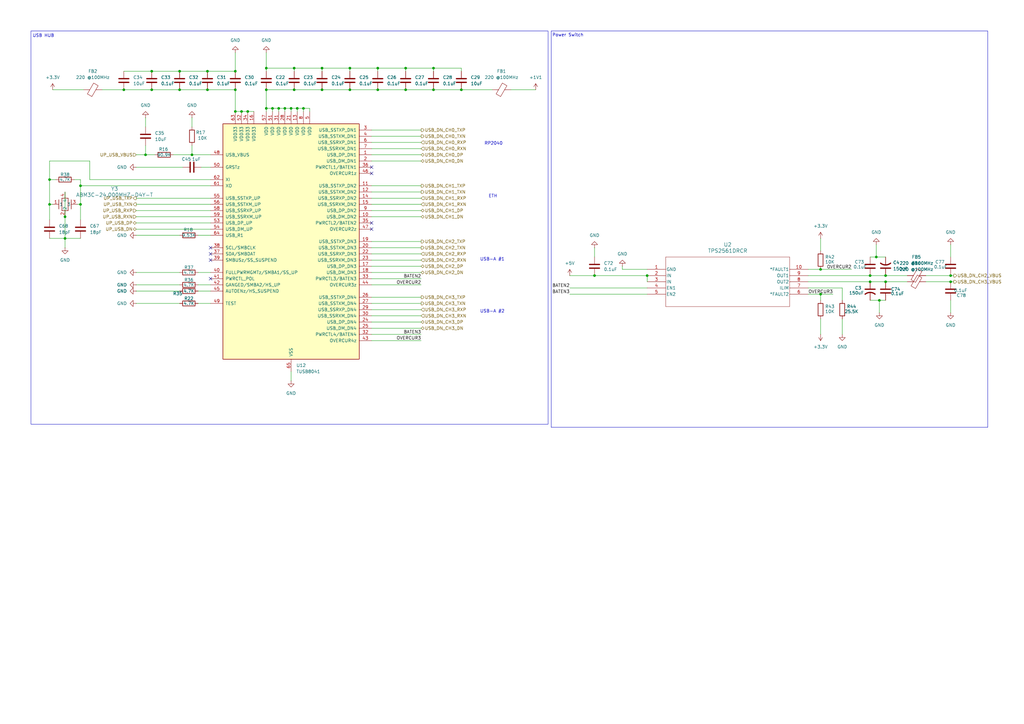
<source format=kicad_sch>
(kicad_sch (version 20250114) (generator "eeschema") (generator_version "9.0")
  (paper "A3")
  (lib_symbols
    (symbol "2025-04-23_20-03-51:TPS2561DRCR" (pin_names (offset 0.254))
      (property "Reference" "U" (at 33.02 10.16 0))
      (property "Value" "TPS2561DRCR" (at 33.02 7.62 0))
      (symbol "TPS2561DRCR_0_1"
        (polyline (pts (xy 7.62 5.08) (xy 7.62 -15.24)) (stroke (width 0.127)))
        (polyline (pts (xy 7.62 -15.24) (xy 58.42 -15.24)) (stroke (width 0.127)))
        (polyline (pts (xy 58.42 5.08) (xy 7.62 5.08)) (stroke (width 0.127)))
        (polyline (pts (xy 58.42 -15.24) (xy 58.42 5.08)) (stroke (width 0.127)))
        (pin power_in line (at 0 0 0) (length 7.62) (name "GND") (number "1"))
        (pin input line (at 0 -2.54 0) (length 7.62) (name "IN") (number "2"))
        (pin input line (at 0 -5.08 0) (length 7.62) (name "IN") (number "3"))
        (pin input line (at 0 -7.62 0) (length 7.62) (name "EN1") (number "4"))
        (pin input line (at 0 -10.16 0) (length 7.62) (name "EN2") (number "5"))
        (pin output line (at 66.04 0 180) (length 7.62) (name "*FAULT1") (number "10"))
        (pin output line (at 66.04 -2.54 180) (length 7.62) (name "OUT1") (number "9"))
        (pin output line (at 66.04 -5.08 180) (length 7.62) (name "OUT2") (number "8"))
        (pin output line (at 66.04 -7.62 180) (length 7.62) (name "ILIM") (number "7"))
        (pin output line (at 66.04 -10.16 180) (length 7.62) (name "*FAULT2") (number "6"))
      )
    )
    (symbol "2025-04-27_02-03-10:ABM3C-24.000MHZ-D4Y-T" (pin_names (offset 0.254))
      (property "Reference" "Y" (at 3.175 6.35 0))
      (property "Value" "ABM3C-24.000MHZ-D4Y-T" (at 3.175 6.35 0))
      (symbol "ABM3C-24.000MHZ-D4Y-T_0_1"
        (polyline (pts (xy 2.54 -1.905) (xy 2.54 1.905)) (stroke (width 0.2032)))
        (polyline (pts (xy 3.81 2.54) (xy 6.35 2.54)) (stroke (width 0.2032)))
        (polyline (pts (xy 3.81 -2.54) (xy 3.81 2.54)) (stroke (width 0.2032)))
        (polyline (pts (xy 6.35 2.54) (xy 6.35 -2.54)) (stroke (width 0.2032)))
        (polyline (pts (xy 6.35 -2.54) (xy 3.81 -2.54)) (stroke (width 0.2032)))
        (polyline (pts (xy 7.62 -1.905) (xy 7.62 1.905)) (stroke (width 0.2032)))
        (pin unspecified line (at 0 0 0) (length 2.54) (name "1") (number "1"))
        (pin power_in line (at 5.08 5.08 270) (length 2.54) (name "4") (number "4"))
        (pin power_in line (at 5.08 -5.08 90) (length 2.54) (name "2") (number "2"))
        (pin unspecified line (at 10.16 0 180) (length 2.54) (name "3") (number "3"))
      )
    )
    (symbol "Device:C" (pin_numbers (hide yes)) (pin_names (offset 0.254))
      (property "Reference" "C" (at 0.635 2.54 0))
      (property "Value" "C" (at 0.635 -2.54 0))
      (symbol "C_0_1"
        (polyline (pts (xy -2.032 0.762) (xy 2.032 0.762)) (stroke (width 0.508)))
        (polyline (pts (xy -2.032 -0.762) (xy 2.032 -0.762)) (stroke (width 0.508)))
      )
      (symbol "C_1_1"
        (pin passive line (at 0 3.81 270) (length 2.794) (name "~") (number "1"))
        (pin passive line (at 0 -3.81 90) (length 2.794) (name "~") (number "2"))
      )
    )
    (symbol "Device:C_US" (pin_numbers (hide yes)) (pin_names (offset 0.254) (hide yes))
      (property "Reference" "C" (at 0.635 2.54 0))
      (property "Value" "C_US" (at 0.635 -2.54 0))
      (symbol "C_US_0_1"
        (polyline (pts (xy -2.032 0.762) (xy 2.032 0.762)) (stroke (width 0.508)))
        (arc (start -2.032 -1.27) (mid 0 -0.5572) (end 2.032 -1.27) (stroke (width 0.508)))
      )
      (symbol "C_US_1_1"
        (pin passive line (at 0 3.81 270) (length 2.794) (name "~") (number "1"))
        (pin passive line (at 0 -3.81 90) (length 3.302) (name "~") (number "2"))
      )
    )
    (symbol "Device:FerriteBead" (pin_numbers (hide yes)) (pin_names (offset 0))
      (property "Reference" "FB" (at -3.81 0.635 90))
      (property "Value" "FerriteBead" (at 3.81 0 90))
      (symbol "FerriteBead_0_1"
        (polyline (pts (xy -2.7686 0.4064) (xy -1.7018 2.2606) (xy 2.7686 -0.3048) (xy 1.6764 -2.159) (xy -2.7686 0.4064)))
        (polyline (pts (xy 0 1.27) (xy 0 1.2954)))
        (polyline (pts (xy 0 -1.27) (xy 0 -1.2192)))
      )
      (symbol "FerriteBead_1_1"
        (pin passive line (at 0 3.81 270) (length 2.54) (name "~") (number "1"))
        (pin passive line (at 0 -3.81 90) (length 2.54) (name "~") (number "2"))
      )
    )
    (symbol "Device:R" (pin_numbers (hide yes)) (pin_names (offset 0))
      (property "Reference" "R" (at 2.032 0 90))
      (property "Value" "R" (at 0 0 90))
      (symbol "R_0_1"
        (rectangle (start -1.016 -2.54) (end 1.016 2.54) (stroke (width 0.254)))
      )
      (symbol "R_1_1"
        (pin passive line (at 0 3.81 270) (length 1.27) (name "~") (number "1"))
        (pin passive line (at 0 -3.81 90) (length 1.27) (name "~") (number "2"))
      )
    )
    (symbol "Interface_USB:TUSB8041" (pin_names (offset 1.016))
      (property "Reference" "U" (at 15.24 53.34 0))
      (property "Value" "TUSB8041" (at 15.24 50.8 0))
      (symbol "TUSB8041_0_1"
        (rectangle (start -27.94 48.26) (end 27.94 -48.26) (stroke (width 0.254)) (fill (type background)))
      )
      (symbol "TUSB8041_1_1"
        (pin input line (at -33.02 35.56 0) (length 5.08) (name "USB_VBUS") (number "48"))
        (pin input line (at -33.02 30.48 0) (length 5.08) (name "GRSTz") (number "50"))
        (pin input line (at -33.02 25.4 0) (length 5.08) (name "XI") (number "62"))
        (pin output line (at -33.02 22.86 0) (length 5.08) (name "XO") (number "61"))
        (pin output line (at -33.02 17.78 0) (length 5.08) (name "USB_SSTXP_UP") (number "55"))
        (pin output line (at -33.02 15.24 0) (length 5.08) (name "USB_SSTXM_UP") (number "56"))
        (pin input line (at -33.02 12.7 0) (length 5.08) (name "USB_SSRXP_UP") (number "58"))
        (pin input line (at -33.02 10.16 0) (length 5.08) (name "USB_SSRXM_UP") (number "59"))
        (pin bidirectional line (at -33.02 7.62 0) (length 5.08) (name "USB_DP_UP") (number "53"))
        (pin bidirectional line (at -33.02 5.08 0) (length 5.08) (name "USB_DM_UP") (number "54"))
        (pin input line (at -33.02 2.54 0) (length 5.08) (name "USB_R1") (number "64"))
        (pin bidirectional line (at -33.02 -2.54 0) (length 5.08) (name "SCL/SMBCLK") (number "38"))
        (pin bidirectional line (at -33.02 -5.08 0) (length 5.08) (name "SDA/SMBDAT") (number "37"))
        (pin bidirectional line (at -33.02 -7.62 0) (length 5.08) (name "SMBUSz/SS_SUSPEND") (number "39"))
        (pin bidirectional line (at -33.02 -12.7 0) (length 5.08) (name "FULLPWRMGMTz/SMBA1/SS_UP") (number "40"))
        (pin bidirectional line (at -33.02 -15.24 0) (length 5.08) (name "PWRCTL_POL") (number "41"))
        (pin bidirectional line (at -33.02 -17.78 0) (length 5.08) (name "GANGED/SMBA2/HS_UP") (number "42"))
        (pin bidirectional line (at -33.02 -20.32 0) (length 5.08) (name "AUTOENz/HS_SUSPEND") (number "45"))
        (pin input line (at -33.02 -25.4 0) (length 5.08) (name "TEST") (number "49"))
        (pin power_in line (at -22.86 53.34 270) (length 5.08) (name "VDD33") (number "63"))
        (pin power_in line (at -20.32 53.34 270) (length 5.08) (name "VDD33") (number "52"))
        (pin power_in line (at -17.78 53.34 270) (length 5.08) (name "VDD33") (number "34"))
        (pin power_in line (at -15.24 53.34 270) (length 5.08) (name "VDD33") (number "16"))
        (pin power_in line (at -10.16 53.34 270) (length 5.08) (name "VDD") (number "57"))
        (pin power_in line (at -7.62 53.34 270) (length 5.08) (name "VDD") (number "51"))
        (pin power_in line (at -5.08 53.34 270) (length 5.08) (name "VDD") (number "31"))
        (pin power_in line (at -2.54 53.34 270) (length 5.08) (name "VDD") (number "28"))
        (pin power_in line (at 0 53.34 270) (length 5.08) (name "VDD") (number "21"))
        (pin power_in line (at 0 -53.34 90) (length 5.08) (name "VSS") (number "65"))
        (pin power_in line (at 2.54 53.34 270) (length 5.08) (name "VDD") (number "13"))
        (pin power_in line (at 5.08 53.34 270) (length 5.08) (name "VDD") (number "8"))
        (pin power_in line (at 7.62 53.34 270) (length 5.08) (name "VDD") (number "5"))
        (pin no_connect line (at 27.94 -45.72 180) (length 5.08) (hide yes) (name "NC") (number "60"))
        (pin output line (at 33.02 45.72 180) (length 5.08) (name "USB_SSTXP_DN1") (number "3"))
        (pin output line (at 33.02 43.18 180) (length 5.08) (name "USB_SSTXM_DN1") (number "4"))
        (pin input line (at 33.02 40.64 180) (length 5.08) (name "USB_SSRXP_DN1") (number "6"))
        (pin input line (at 33.02 38.1 180) (length 5.08) (name "USB_SSRXM_DN1") (number "7"))
        (pin bidirectional line (at 33.02 35.56 180) (length 5.08) (name "USB_DP_DN1") (number "1"))
        (pin bidirectional line (at 33.02 33.02 180) (length 5.08) (name "USB_DM_DN1") (number "2"))
        (pin bidirectional line (at 33.02 30.48 180) (length 5.08) (name "PWRCTL1/BATEN1") (number "36"))
        (pin input line (at 33.02 27.94 180) (length 5.08) (name "OVERCUR1z") (number "46"))
        (pin output line (at 33.02 22.86 180) (length 5.08) (name "USB_SSTXP_DN2") (number "11"))
        (pin output line (at 33.02 20.32 180) (length 5.08) (name "USB_SSTXM_DN2") (number "12"))
        (pin input line (at 33.02 17.78 180) (length 5.08) (name "USB_SSRXP_DN2") (number "14"))
        (pin input line (at 33.02 15.24 180) (length 5.08) (name "USB_SSRXM_DN2") (number "15"))
        (pin bidirectional line (at 33.02 12.7 180) (length 5.08) (name "USB_DP_DN2") (number "9"))
        (pin bidirectional line (at 33.02 10.16 180) (length 5.08) (name "USB_DM_DN2") (number "10"))
        (pin bidirectional line (at 33.02 7.62 180) (length 5.08) (name "PWRCTL2/BATEN2") (number "35"))
        (pin input line (at 33.02 5.08 180) (length 5.08) (name "OVERCUR2z") (number "47"))
        (pin output line (at 33.02 0 180) (length 5.08) (name "USB_SSTXP_DN3") (number "19"))
        (pin output line (at 33.02 -2.54 180) (length 5.08) (name "USB_SSTXM_DN3") (number "20"))
        (pin input line (at 33.02 -5.08 180) (length 5.08) (name "USB_SSRXP_DN3") (number "22"))
        (pin input line (at 33.02 -7.62 180) (length 5.08) (name "USB_SSRXM_DN3") (number "23"))
        (pin bidirectional line (at 33.02 -10.16 180) (length 5.08) (name "USB_DP_DN3") (number "17"))
        (pin bidirectional line (at 33.02 -12.7 180) (length 5.08) (name "USB_DM_DN3") (number "18"))
        (pin bidirectional line (at 33.02 -15.24 180) (length 5.08) (name "PWRCTL3/BATEN3") (number "33"))
        (pin input line (at 33.02 -17.78 180) (length 5.08) (name "OVERCUR3z") (number "44"))
        (pin output line (at 33.02 -22.86 180) (length 5.08) (name "USB_SSTXP_DN4") (number "26"))
        (pin output line (at 33.02 -25.4 180) (length 5.08) (name "USB_SSTXM_DN4") (number "27"))
        (pin input line (at 33.02 -27.94 180) (length 5.08) (name "USB_SSRXP_DN4") (number "29"))
        (pin input line (at 33.02 -30.48 180) (length 5.08) (name "USB_SSRXM_DN4") (number "30"))
        (pin bidirectional line (at 33.02 -33.02 180) (length 5.08) (name "USB_DP_DN4") (number "24"))
        (pin bidirectional line (at 33.02 -35.56 180) (length 5.08) (name "USB_DM_DN4") (number "25"))
        (pin bidirectional line (at 33.02 -38.1 180) (length 5.08) (name "PWRCTL4/BATEN4") (number "32"))
        (pin input line (at 33.02 -40.64 180) (length 5.08) (name "OVERCUR4z") (number "43"))
      )
    )
    (symbol "power:+1V1" (power) (pin_numbers (hide yes)) (pin_names (offset 0) (hide yes))
      (property "Value" "+1V1" (at 0 3.556 0))
      (symbol "+1V1_0_1"
        (polyline (pts (xy -0.762 1.27) (xy 0 2.54)))
        (polyline (pts (xy 0 2.54) (xy 0.762 1.27)))
        (polyline (pts (xy 0 0) (xy 0 2.54)))
      )
      (symbol "+1V1_1_1"
        (pin power_in line (at 0 0 90) (length 0) (name "~") (number "1"))
      )
    )
    (symbol "power:+3.3V" (power) (pin_numbers (hide yes)) (pin_names (offset 0) (hide yes))
      (property "Value" "+3.3V" (at 0 3.556 0))
      (symbol "+3.3V_0_1"
        (polyline (pts (xy -0.762 1.27) (xy 0 2.54)))
        (polyline (pts (xy 0 2.54) (xy 0.762 1.27)))
        (polyline (pts (xy 0 0) (xy 0 2.54)))
      )
      (symbol "+3.3V_1_1"
        (pin power_in line (at 0 0 90) (length 0) (name "~") (number "1"))
      )
    )
    (symbol "power:+5V" (power) (pin_numbers (hide yes)) (pin_names (offset 0) (hide yes))
      (property "Value" "+5V" (at 0 3.556 0))
      (symbol "+5V_0_1"
        (polyline (pts (xy -0.762 1.27) (xy 0 2.54)))
        (polyline (pts (xy 0 2.54) (xy 0.762 1.27)))
        (polyline (pts (xy 0 0) (xy 0 2.54)))
      )
      (symbol "+5V_1_1"
        (pin power_in line (at 0 0 90) (length 0) (name "~") (number "1"))
      )
    )
    (symbol "power:GND" (power) (pin_numbers (hide yes)) (pin_names (offset 0) (hide yes))
      (property "Value" "GND" (at 0 -3.81 0))
      (symbol "GND_0_1"
        (polyline (pts (xy 0 0) (xy 0 -1.27) (xy 1.27 -1.27) (xy 0 -2.54) (xy -1.27 -1.27) (xy 0 -1.27)))
      )
      (symbol "GND_1_1"
        (pin power_in line (at 0 0 270) (length 0) (name "~") (number "1"))
      )
    )
  )
  (rectangle (start 226.06 12.7) (end 405.13 175.26))
  (rectangle (start 12.7 12.7) (end 224.79 173.99))
  (text "USB HUB" (at 17.78 14.732 0) (effects (font (size 1.27 1.27))))
  (text "USB-A #1\n" (at 201.93 106.426 0) (effects (font (size 1.27 1.27))))
  (text "RP2040\n" (at 202.438 58.928 0) (effects (font (size 1.27 1.27))))
  (text "USB-A #2\n" (at 201.93 127.762 0) (effects (font (size 1.27 1.27))))
  (text "ETH\n" (at 202.184 80.518 0) (effects (font (size 1.27 1.27))))
  (text "Power Switch" (at 232.918 14.478 0) (effects (font (size 1.27 1.27))))
  (junction (at 33.02 83.82))
  (junction (at 132.08 36.83))
  (junction (at 101.6 45.72))
  (junction (at 109.22 44.45))
  (junction (at 166.37 27.94))
  (junction (at 62.23 29.21))
  (junction (at 360.68 123.19))
  (junction (at 85.09 29.21))
  (junction (at 59.69 63.5))
  (junction (at 120.65 36.83))
  (junction (at 111.76 44.45))
  (junction (at 359.41 105.41))
  (junction (at 109.22 36.83))
  (junction (at 116.84 44.45))
  (junction (at 96.52 29.21))
  (junction (at 85.09 36.83))
  (junction (at 389.89 113.03))
  (junction (at 20.32 73.66))
  (junction (at 177.8 36.83))
  (junction (at 265.43 113.03))
  (junction (at 177.8 27.94))
  (junction (at 356.87 113.03))
  (junction (at 389.89 115.57))
  (junction (at 154.94 27.94))
  (junction (at 336.55 120.65))
  (junction (at 154.94 36.83))
  (junction (at 20.32 83.82))
  (junction (at 99.06 45.72))
  (junction (at 78.74 63.5))
  (junction (at 96.52 45.72))
  (junction (at 62.23 36.83))
  (junction (at 143.51 27.94))
  (junction (at 50.8 36.83))
  (junction (at 363.22 115.57))
  (junction (at 109.22 27.94))
  (junction (at 121.92 44.45))
  (junction (at 124.46 44.45))
  (junction (at 132.08 27.94))
  (junction (at 120.65 27.94))
  (junction (at 96.52 36.83))
  (junction (at 26.67 88.9))
  (junction (at 356.87 115.57))
  (junction (at 189.23 36.83))
  (junction (at 26.67 97.79))
  (junction (at 73.66 29.21))
  (junction (at 33.02 76.2))
  (junction (at 166.37 36.83))
  (junction (at 243.84 113.03))
  (junction (at 73.66 36.83))
  (junction (at 114.3 44.45))
  (junction (at 143.51 36.83))
  (junction (at 336.55 110.49))
  (junction (at 363.22 113.03))
  (junction (at 119.38 44.45))
  (no_connect (at 86.36 101.6))
  (no_connect (at 86.36 106.68))
  (no_connect (at 86.36 114.3))
  (no_connect (at 86.36 104.14))
  (no_connect (at 152.4 93.98))
  (no_connect (at 152.4 68.58))
  (no_connect (at 152.4 71.12))
  (no_connect (at 152.4 91.44))
  (wire (pts (xy 152.4 81.28) (xy 172.72 81.28)))
  (wire (pts (xy 120.65 36.83) (xy 132.08 36.83)))
  (wire (pts (xy 71.12 63.5) (xy 78.74 63.5)))
  (wire (pts (xy 331.47 110.49) (xy 336.55 110.49)))
  (wire (pts (xy 78.74 63.5) (xy 86.36 63.5)))
  (wire (pts (xy 73.66 29.21) (xy 85.09 29.21)))
  (wire (pts (xy 154.94 27.94) (xy 154.94 29.21)))
  (wire (pts (xy 152.4 121.92) (xy 172.72 121.92)))
  (wire (pts (xy 331.47 113.03) (xy 356.87 113.03)))
  (wire (pts (xy 119.38 44.45) (xy 119.38 45.72)))
  (wire (pts (xy 265.43 113.03) (xy 265.43 115.57)))
  (wire (pts (xy 85.09 29.21) (xy 96.52 29.21)))
  (wire (pts (xy 177.8 36.83) (xy 189.23 36.83)))
  (wire (pts (xy 177.8 27.94) (xy 189.23 27.94)))
  (wire (pts (xy 31.75 83.82) (xy 33.02 83.82)))
  (wire (pts (xy 389.89 115.57) (xy 391.16 115.57)))
  (wire (pts (xy 21.59 36.83) (xy 34.29 36.83)))
  (wire (pts (xy 82.55 68.58) (xy 86.36 68.58)))
  (wire (pts (xy 55.88 68.58) (xy 74.93 68.58)))
  (wire (pts (xy 55.88 88.9) (xy 86.36 88.9)))
  (wire (pts (xy 55.88 93.98) (xy 86.36 93.98)))
  (wire (pts (xy 121.92 44.45) (xy 121.92 45.72)))
  (wire (pts (xy 389.89 123.19) (xy 389.89 128.27)))
  (wire (pts (xy 20.32 66.04) (xy 20.32 73.66)))
  (wire (pts (xy 20.32 83.82) (xy 20.32 90.17)))
  (wire (pts (xy 152.4 66.04) (xy 172.72 66.04)))
  (wire (pts (xy 109.22 27.94) (xy 120.65 27.94)))
  (wire (pts (xy 109.22 21.59) (xy 109.22 27.94)))
  (wire (pts (xy 96.52 45.72) (xy 99.06 45.72)))
  (wire (pts (xy 360.68 123.19) (xy 356.87 123.19)))
  (wire (pts (xy 360.68 128.27) (xy 360.68 123.19)))
  (wire (pts (xy 356.87 105.41) (xy 359.41 105.41)))
  (wire (pts (xy 116.84 44.45) (xy 119.38 44.45)))
  (wire (pts (xy 152.4 76.2) (xy 172.72 76.2)))
  (wire (pts (xy 20.32 73.66) (xy 20.32 83.82)))
  (wire (pts (xy 33.02 76.2) (xy 33.02 83.82)))
  (wire (pts (xy 99.06 45.72) (xy 101.6 45.72)))
  (wire (pts (xy 152.4 116.84) (xy 172.72 116.84)))
  (wire (pts (xy 336.55 130.81) (xy 336.55 137.16)))
  (wire (pts (xy 152.4 134.62) (xy 172.72 134.62)))
  (wire (pts (xy 36.83 73.66) (xy 36.83 66.04)))
  (wire (pts (xy 73.66 36.83) (xy 85.09 36.83)))
  (wire (pts (xy 78.74 63.5) (xy 78.74 59.69)))
  (wire (pts (xy 96.52 36.83) (xy 96.52 45.72)))
  (wire (pts (xy 152.4 106.68) (xy 172.72 106.68)))
  (wire (pts (xy 243.84 113.03) (xy 265.43 113.03)))
  (wire (pts (xy 120.65 27.94) (xy 132.08 27.94)))
  (wire (pts (xy 36.83 73.66) (xy 86.36 73.66)))
  (wire (pts (xy 363.22 123.19) (xy 360.68 123.19)))
  (wire (pts (xy 389.89 100.33) (xy 389.89 105.41)))
  (wire (pts (xy 255.27 110.49) (xy 255.27 109.22)))
  (wire (pts (xy 33.02 83.82) (xy 33.02 90.17)))
  (wire (pts (xy 116.84 44.45) (xy 116.84 45.72)))
  (wire (pts (xy 119.38 152.4) (xy 119.38 156.21)))
  (wire (pts (xy 152.4 86.36) (xy 172.72 86.36)))
  (wire (pts (xy 78.74 48.26) (xy 78.74 52.07)))
  (wire (pts (xy 55.88 81.28) (xy 86.36 81.28)))
  (wire (pts (xy 336.55 120.65) (xy 341.63 120.65)))
  (wire (pts (xy 143.51 27.94) (xy 154.94 27.94)))
  (wire (pts (xy 55.88 119.38) (xy 73.66 119.38)))
  (wire (pts (xy 111.76 45.72) (xy 111.76 44.45)))
  (wire (pts (xy 81.28 96.52) (xy 86.36 96.52)))
  (wire (pts (xy 55.88 83.82) (xy 86.36 83.82)))
  (wire (pts (xy 55.88 111.76) (xy 73.66 111.76)))
  (wire (pts (xy 152.4 137.16) (xy 172.72 137.16)))
  (wire (pts (xy 26.67 88.9) (xy 26.67 97.79)))
  (wire (pts (xy 20.32 83.82) (xy 21.59 83.82)))
  (wire (pts (xy 55.88 86.36) (xy 86.36 86.36)))
  (wire (pts (xy 127 44.45) (xy 127 45.72)))
  (wire (pts (xy 59.69 48.26) (xy 59.69 52.07)))
  (wire (pts (xy 62.23 36.83) (xy 73.66 36.83)))
  (wire (pts (xy 356.87 113.03) (xy 363.22 113.03)))
  (wire (pts (xy 143.51 36.83) (xy 154.94 36.83)))
  (wire (pts (xy 81.28 116.84) (xy 86.36 116.84)))
  (wire (pts (xy 152.4 83.82) (xy 172.72 83.82)))
  (wire (pts (xy 109.22 44.45) (xy 109.22 45.72)))
  (wire (pts (xy 152.4 88.9) (xy 172.72 88.9)))
  (wire (pts (xy 152.4 139.7) (xy 172.72 139.7)))
  (wire (pts (xy 96.52 21.59) (xy 96.52 29.21)))
  (wire (pts (xy 331.47 118.11) (xy 345.44 118.11)))
  (wire (pts (xy 233.68 120.65) (xy 265.43 120.65)))
  (wire (pts (xy 152.4 53.34) (xy 172.72 53.34)))
  (wire (pts (xy 124.46 44.45) (xy 127 44.45)))
  (wire (pts (xy 152.4 58.42) (xy 172.72 58.42)))
  (wire (pts (xy 26.67 101.6) (xy 26.67 97.79)))
  (wire (pts (xy 152.4 60.96) (xy 172.72 60.96)))
  (wire (pts (xy 55.88 91.44) (xy 86.36 91.44)))
  (wire (pts (xy 81.28 119.38) (xy 86.36 119.38)))
  (wire (pts (xy 111.76 44.45) (xy 109.22 44.45)))
  (wire (pts (xy 121.92 44.45) (xy 124.46 44.45)))
  (wire (pts (xy 152.4 101.6) (xy 172.72 101.6)))
  (wire (pts (xy 336.55 97.79) (xy 336.55 102.87)))
  (wire (pts (xy 132.08 36.83) (xy 143.51 36.83)))
  (wire (pts (xy 152.4 129.54) (xy 172.72 129.54)))
  (wire (pts (xy 114.3 44.45) (xy 116.84 44.45)))
  (wire (pts (xy 379.73 113.03) (xy 389.89 113.03)))
  (wire (pts (xy 336.55 120.65) (xy 336.55 123.19)))
  (wire (pts (xy 41.91 36.83) (xy 50.8 36.83)))
  (wire (pts (xy 154.94 36.83) (xy 166.37 36.83)))
  (wire (pts (xy 363.22 115.57) (xy 372.11 115.57)))
  (wire (pts (xy 55.88 63.5) (xy 59.69 63.5)))
  (wire (pts (xy 189.23 27.94) (xy 189.23 29.21)))
  (wire (pts (xy 132.08 27.94) (xy 143.51 27.94)))
  (wire (pts (xy 55.88 96.52) (xy 73.66 96.52)))
  (wire (pts (xy 50.8 36.83) (xy 62.23 36.83)))
  (wire (pts (xy 152.4 104.14) (xy 172.72 104.14)))
  (wire (pts (xy 33.02 76.2) (xy 33.02 73.66)))
  (wire (pts (xy 152.4 78.74) (xy 172.72 78.74)))
  (wire (pts (xy 336.55 110.49) (xy 349.25 110.49)))
  (wire (pts (xy 59.69 63.5) (xy 63.5 63.5)))
  (wire (pts (xy 166.37 27.94) (xy 177.8 27.94)))
  (wire (pts (xy 152.4 124.46) (xy 172.72 124.46)))
  (wire (pts (xy 20.32 73.66) (xy 22.86 73.66)))
  (wire (pts (xy 177.8 27.94) (xy 177.8 29.21)))
  (wire (pts (xy 55.88 124.46) (xy 73.66 124.46)))
  (wire (pts (xy 152.4 109.22) (xy 172.72 109.22)))
  (wire (pts (xy 152.4 132.08) (xy 172.72 132.08)))
  (wire (pts (xy 233.68 118.11) (xy 265.43 118.11)))
  (wire (pts (xy 33.02 73.66) (xy 30.48 73.66)))
  (wire (pts (xy 233.68 113.03) (xy 243.84 113.03)))
  (wire (pts (xy 331.47 115.57) (xy 356.87 115.57)))
  (wire (pts (xy 81.28 111.76) (xy 86.36 111.76)))
  (wire (pts (xy 81.28 124.46) (xy 86.36 124.46)))
  (wire (pts (xy 356.87 115.57) (xy 363.22 115.57)))
  (wire (pts (xy 50.8 29.21) (xy 62.23 29.21)))
  (wire (pts (xy 33.02 76.2) (xy 86.36 76.2)))
  (wire (pts (xy 189.23 36.83) (xy 201.93 36.83)))
  (wire (pts (xy 109.22 36.83) (xy 120.65 36.83)))
  (wire (pts (xy 152.4 127) (xy 172.72 127)))
  (wire (pts (xy 101.6 45.72) (xy 104.14 45.72)))
  (wire (pts (xy 359.41 105.41) (xy 363.22 105.41)))
  (wire (pts (xy 62.23 29.21) (xy 73.66 29.21)))
  (wire (pts (xy 59.69 59.69) (xy 59.69 63.5)))
  (wire (pts (xy 111.76 44.45) (xy 114.3 44.45)))
  (wire (pts (xy 345.44 118.11) (xy 345.44 123.19)))
  (wire (pts (xy 331.47 120.65) (xy 336.55 120.65)))
  (wire (pts (xy 119.38 44.45) (xy 121.92 44.45)))
  (wire (pts (xy 345.44 130.81) (xy 345.44 137.16)))
  (wire (pts (xy 143.51 27.94) (xy 143.51 29.21)))
  (wire (pts (xy 363.22 113.03) (xy 372.11 113.03)))
  (wire (pts (xy 152.4 114.3) (xy 172.72 114.3)))
  (wire (pts (xy 120.65 27.94) (xy 120.65 29.21)))
  (wire (pts (xy 209.55 36.83) (xy 219.71 36.83)))
  (wire (pts (xy 379.73 115.57) (xy 389.89 115.57)))
  (wire (pts (xy 132.08 27.94) (xy 132.08 29.21)))
  (wire (pts (xy 20.32 97.79) (xy 26.67 97.79)))
  (wire (pts (xy 389.89 113.03) (xy 391.16 113.03)))
  (wire (pts (xy 152.4 111.76) (xy 172.72 111.76)))
  (wire (pts (xy 26.67 97.79) (xy 33.02 97.79)))
  (wire (pts (xy 166.37 27.94) (xy 166.37 29.21)))
  (wire (pts (xy 114.3 44.45) (xy 114.3 45.72)))
  (wire (pts (xy 359.41 100.33) (xy 359.41 105.41)))
  (wire (pts (xy 152.4 99.06) (xy 172.72 99.06)))
  (wire (pts (xy 265.43 110.49) (xy 255.27 110.49)))
  (wire (pts (xy 124.46 44.45) (xy 124.46 45.72)))
  (wire (pts (xy 36.83 66.04) (xy 20.32 66.04)))
  (wire (pts (xy 26.67 78.74) (xy 26.67 88.9)))
  (wire (pts (xy 55.88 116.84) (xy 73.66 116.84)))
  (wire (pts (xy 166.37 36.83) (xy 177.8 36.83)))
  (wire (pts (xy 154.94 27.94) (xy 166.37 27.94)))
  (wire (pts (xy 152.4 63.5) (xy 172.72 63.5)))
  (wire (pts (xy 109.22 27.94) (xy 109.22 29.21)))
  (wire (pts (xy 243.84 101.6) (xy 243.84 105.41)))
  (wire (pts (xy 152.4 55.88) (xy 172.72 55.88)))
  (wire (pts (xy 109.22 36.83) (xy 109.22 44.45)))
  (wire (pts (xy 85.09 36.83) (xy 96.52 36.83)))
  (label "BATEN3" (at 233.68 120.65 180))
  (label "OVERCUR2" (at 172.72 116.84 180))
  (label "OVERCUR3" (at 172.72 139.7 180))
  (label "BATEN3" (at 172.72 137.16 180))
  (label "BATEN2" (at 172.72 114.3 180))
  (label "BATEN2" (at 233.68 118.11 180))
  (label "OVERCUR2" (at 349.25 110.49 180))
  (label "OVERCUR3" (at 341.63 120.65 180))
  (hierarchical_label "USB_DN_CH2_TXP" (shape output) (at 172.72 99.06 0))
  (hierarchical_label "USB_DN_CH1_DP" (shape bidirectional) (at 172.72 86.36 0))
  (hierarchical_label "UP_USB_RXN" (shape input) (at 55.88 88.9 180))
  (hierarchical_label "USB_DN_CH2_VBUS" (shape output) (at 391.16 113.03 0))
  (hierarchical_label "USB_DN_CH0_TXP" (shape output) (at 172.72 53.34 0))
  (hierarchical_label "USB_DN_CH3_DP" (shape bidirectional) (at 172.72 132.08 0))
  (hierarchical_label "USB_DN_CH1_TXP" (shape output) (at 172.72 76.2 0))
  (hierarchical_label "USB_DN_CH0_DN" (shape bidirectional) (at 172.72 66.04 0))
  (hierarchical_label "USB_DN_CH3_TXN" (shape output) (at 172.72 124.46 0))
  (hierarchical_label "USB_DN_CH3_TXP" (shape output) (at 172.72 121.92 0))
  (hierarchical_label "UP_USB_TXN" (shape output) (at 55.88 83.82 180))
  (hierarchical_label "USB_DN_CH0_RXP" (shape input) (at 172.72 58.42 0))
  (hierarchical_label "UP_USB_DN" (shape bidirectional) (at 55.88 93.98 180))
  (hierarchical_label "USB_DN_CH3_DN" (shape bidirectional) (at 172.72 134.62 0))
  (hierarchical_label "UP_USB_RXP" (shape input) (at 55.88 86.36 180))
  (hierarchical_label "USB_DN_CH1_TXN" (shape output) (at 172.72 78.74 0))
  (hierarchical_label "USB_DN_CH3_RXP" (shape input) (at 172.72 127 0))
  (hierarchical_label "USB_DN_CH2_DN" (shape bidirectional) (at 172.72 111.76 0))
  (hierarchical_label "USB_DN_CH1_RXP" (shape input) (at 172.72 81.28 0))
  (hierarchical_label "USB_DN_CH2_TXN" (shape output) (at 172.72 101.6 0))
  (hierarchical_label "USB_DN_CH3_RXN" (shape input) (at 172.72 129.54 0))
  (hierarchical_label "UP_USB_VBUS" (shape input) (at 55.88 63.5 180))
  (hierarchical_label "UP_USB_DP" (shape bidirectional) (at 55.88 91.44 180))
  (hierarchical_label "USB_DN_CH0_RXN" (shape input) (at 172.72 60.96 0))
  (hierarchical_label "USB_DN_CH2_DP" (shape bidirectional) (at 172.72 109.22 0))
  (hierarchical_label "USB_DN_CH0_TXN" (shape output) (at 172.72 55.88 0))
  (hierarchical_label "USB_DN_CH2_RXN" (shape input) (at 172.72 106.68 0))
  (hierarchical_label "USB_DN_CH1_DN" (shape bidirectional) (at 172.72 88.9 0))
  (hierarchical_label "USB_DN_CH3_VBUS" (shape output) (at 391.16 115.57 0))
  (hierarchical_label "USB_DN_CH1_RXN" (shape input) (at 172.72 83.82 0))
  (hierarchical_label "UP_USB_TXP" (shape output) (at 55.88 81.28 180))
  (hierarchical_label "USB_DN_CH2_RXP" (shape input) (at 172.72 104.14 0))
  (hierarchical_label "USB_DN_CH0_DP" (shape bidirectional) (at 172.72 63.5 0))
  (symbol (lib_id "Device:FerriteBead") (at 205.74 36.83 90) (unit 1)
    (property "Reference" "FB1" (at 205.6892 29.21 90))
    (property "Value" "220 @100MHz" (at 205.6892 31.75 90))
    (property "Footprint" "Inductor_SMD:L_0805_2012Metric" (effects (hide yes)))
    (property "Description" "Ferrite bead" (effects (hide yes)))
  )
  (symbol (lib_id "2025-04-27_02-03-10:ABM3C-24.000MHZ-D4Y-T") (at 21.59 83.82 0) (unit 1)
    (property "Reference" "Y3" (at 46.99 77.3998 0) (effects (font (size 1.524 1.524))))
    (property "Value" "ABM3C-24.000MHZ-D4Y-T" (at 46.99 79.9398 0) (effects (font (size 1.524 1.524))))
    (property "Footprint" "CRYSTAL_ABM3C_ABR" (effects (hide yes)))
    (property "Datasheet" "ABM3C-24.000MHZ-D4Y-T" (effects (hide yes)))
  )
  (symbol (lib_id "Device:C") (at 50.8 33.02 0) (unit 1)
    (property "Reference" "C34" (at 54.61 31.7499 0) (effects (justify left)))
    (property "Value" "10uF" (at 54.61 34.2899 0) (effects (justify left)))
    (property "Footprint" "Capacitor_SMD:C_0603_1608Metric" (effects (hide yes)))
    (property "Description" "Unpolarized capacitor" (effects (hide yes)))
  )
  (symbol (lib_id "power:+3.3V") (at 21.59 36.83 0) (unit 1)
    (property "Reference" "#PWR046" (effects (hide yes)))
    (property "Value" "+3.3V" (at 21.59 31.75 0))
    (property "Description" "Power symbol creates a global label with name \"+3.3V\"" (effects (hide yes)))
  )
  (symbol (lib_id "power:GND") (at 119.38 156.21 0) (unit 1)
    (property "Reference" "#PWR047" (effects (hide yes)))
    (property "Value" "GND" (at 119.38 161.29 0))
    (property "Description" "Power symbol creates a global label with name \"GND\" , ground" (effects (hide yes)))
  )
  (symbol (lib_id "power:GND") (at 78.74 48.26 180) (unit 1)
    (property "Reference" "#PWR049" (effects (hide yes)))
    (property "Value" "GND" (at 78.74 43.18 0))
    (property "Description" "Power symbol creates a global label with name \"GND\" , ground" (effects (hide yes)))
  )
  (symbol (lib_id "Device:C") (at 363.22 119.38 180) (unit 1)
    (property "Reference" "C74" (at 369.316 118.618 0) (effects (justify left)))
    (property "Value" "0.1uF" (at 370.84 120.396 0) (effects (justify left)))
    (property "Footprint" "Capacitor_SMD:C_0603_1608Metric" (effects (hide yes)))
    (property "Description" "Unpolarized capacitor" (effects (hide yes)))
  )
  (symbol (lib_id "Device:R") (at 77.47 96.52 90) (unit 1)
    (property "Reference" "R18" (at 77.216 94.234 90))
    (property "Value" "9.53K" (at 77.47 96.52 90))
    (property "Footprint" "Resistor_SMD:R_0402_1005Metric" (effects (hide yes)))
    (property "Description" "Resistor" (effects (hide yes)))
  )
  (symbol (lib_id "Device:FerriteBead") (at 375.92 115.57 90) (unit 1)
    (property "Reference" "FB6" (at 375.8692 107.95 90))
    (property "Value" "220 @100MHz" (at 375.8692 110.49 90))
    (property "Footprint" "Inductor_SMD:L_0805_2012Metric" (effects (hide yes)))
    (property "Description" "Ferrite bead" (effects (hide yes)))
  )
  (symbol (lib_id "Device:C") (at 154.94 33.02 0) (unit 1)
    (property "Reference" "C26" (at 158.75 31.7499 0) (effects (justify left)))
    (property "Value" "0.1uF" (at 158.75 34.2899 0) (effects (justify left)))
    (property "Footprint" "Capacitor_SMD:C_0603_1608Metric" (effects (hide yes)))
    (property "Description" "Unpolarized capacitor" (effects (hide yes)))
  )
  (symbol (lib_id "power:GND") (at 345.44 137.16 0) (unit 1)
    (property "Reference" "#PWR0114" (effects (hide yes)))
    (property "Value" "GND" (at 345.44 142.24 0))
    (property "Description" "Power symbol creates a global label with name \"GND\" , ground" (effects (hide yes)))
  )
  (symbol (lib_id "Device:R") (at 77.47 124.46 90) (unit 1)
    (property "Reference" "R22" (at 77.47 122.428 90))
    (property "Value" "4.7K" (at 77.47 124.46 90))
    (property "Footprint" "Resistor_SMD:R_0603_1608Metric" (effects (hide yes)))
    (property "Description" "Resistor" (effects (hide yes)))
  )
  (symbol (lib_id "power:+5V") (at 233.68 113.03 0) (unit 1)
    (property "Reference" "#PWR02" (effects (hide yes)))
    (property "Value" "+5V" (at 233.68 107.95 0))
    (property "Description" "Power symbol creates a global label with name \"+5V\"" (effects (hide yes)))
  )
  (symbol (lib_id "power:GND") (at 389.89 128.27 0) (unit 1)
    (property "Reference" "#PWR0122" (effects (hide yes)))
    (property "Value" "GND" (at 389.89 133.35 0))
    (property "Description" "Power symbol creates a global label with name \"GND\" , ground" (effects (hide yes)))
  )
  (symbol (lib_id "Device:C") (at 389.89 109.22 0) (unit 1)
    (property "Reference" "C77" (at 383.54 107.442 0) (effects (justify left)))
    (property "Value" "0.1uF" (at 383.032 109.474 0) (effects (justify left)))
    (property "Footprint" "Capacitor_SMD:C_0603_1608Metric" (effects (hide yes)))
    (property "Description" "Unpolarized capacitor" (effects (hide yes)))
  )
  (symbol (lib_id "power:GND") (at 55.88 116.84 270) (unit 1)
    (property "Reference" "#PWR0100" (effects (hide yes)))
    (property "Value" "GND" (at 52.07 116.8399 90) (effects (justify right)))
    (property "Description" "Power symbol creates a global label with name \"GND\" , ground" (effects (hide yes)))
  )
  (symbol (lib_id "power:+3.3V") (at 336.55 97.79 0) (unit 1)
    (property "Reference" "#PWR0112" (effects (hide yes)))
    (property "Value" "+3.3V" (at 336.55 92.71 0))
    (property "Description" "Power symbol creates a global label with name \"+3.3V\"" (effects (hide yes)))
  )
  (symbol (lib_id "Device:C") (at 120.65 33.02 0) (unit 1)
    (property "Reference" "C23" (at 124.46 31.7499 0) (effects (justify left)))
    (property "Value" "0.1uF" (at 124.46 34.2899 0) (effects (justify left)))
    (property "Footprint" "Capacitor_SMD:C_0603_1608Metric" (effects (hide yes)))
    (property "Description" "Unpolarized capacitor" (effects (hide yes)))
  )
  (symbol (lib_id "power:GND") (at 96.52 21.59 180) (unit 1)
    (property "Reference" "#PWR045" (effects (hide yes)))
    (property "Value" "GND" (at 96.52 16.51 0))
    (property "Description" "Power symbol creates a global label with name \"GND\" , ground" (effects (hide yes)))
  )
  (symbol (lib_id "power:GND") (at 360.68 128.27 0) (unit 1)
    (property "Reference" "#PWR0116" (effects (hide yes)))
    (property "Value" "GND" (at 360.68 133.35 0))
    (property "Description" "Power symbol creates a global label with name \"GND\" , ground" (effects (hide yes)))
  )
  (symbol (lib_id "Device:C") (at 96.52 33.02 0) (unit 1)
    (property "Reference" "C30" (at 100.33 31.7499 0) (effects (justify left)))
    (property "Value" "0.1uF" (at 100.33 34.2899 0) (effects (justify left)))
    (property "Footprint" "Capacitor_SMD:C_0603_1608Metric" (effects (hide yes)))
    (property "Description" "Unpolarized capacitor" (effects (hide yes)))
  )
  (symbol (lib_id "2025-04-23_20-03-51:TPS2561DRCR") (at 265.43 110.49 0) (unit 1)
    (property "Reference" "U2" (at 298.45 100.33 0) (effects (font (size 1.524 1.524))))
    (property "Value" "TPS2561DRCR" (at 298.45 102.87 0) (effects (font (size 1.524 1.524))))
    (property "Footprint" "DRC10_2P4X1P65" (effects (hide yes)))
    (property "Datasheet" "TPS2561DRCR" (effects (hide yes)))
  )
  (symbol (lib_id "Device:C") (at 356.87 109.22 0) (unit 1)
    (property "Reference" "C73" (at 350.52 107.442 0) (effects (justify left)))
    (property "Value" "0.1uF" (at 350.012 109.474 0) (effects (justify left)))
    (property "Footprint" "Capacitor_SMD:C_0603_1608Metric" (effects (hide yes)))
    (property "Description" "Unpolarized capacitor" (effects (hide yes)))
  )
  (symbol (lib_id "Device:C") (at 389.89 119.38 180) (unit 1)
    (property "Reference" "C78" (at 396.24 121.158 0) (effects (justify left)))
    (property "Value" "0.1uF" (at 396.748 119.126 0) (effects (justify left)))
    (property "Footprint" "Capacitor_SMD:C_0603_1608Metric" (effects (hide yes)))
    (property "Description" "Unpolarized capacitor" (effects (hide yes)))
  )
  (symbol (lib_id "power:GND") (at 359.41 100.33 180) (unit 1)
    (property "Reference" "#PWR0115" (effects (hide yes)))
    (property "Value" "GND" (at 359.41 95.25 0))
    (property "Description" "Power symbol creates a global label with name \"GND\" , ground" (effects (hide yes)))
  )
  (symbol (lib_id "Device:R") (at 67.31 63.5 90) (unit 1)
    (property "Reference" "R16" (at 67.056 61.214 90))
    (property "Value" "90.9K" (at 67.31 63.5 90))
    (property "Footprint" "Resistor_SMD:R_0402_1005Metric" (effects (hide yes)))
    (property "Description" "Resistor" (effects (hide yes)))
  )
  (symbol (lib_id "Device:C_US") (at 356.87 119.38 0) (unit 1)
    (property "Reference" "C3" (at 353.314 118.11 0) (effects (justify right)))
    (property "Value" "150uF" (at 354.33 120.142 0) (effects (justify right)))
    (property "Footprint" "Capacitor_SMD:C_0603_1608Metric" (effects (hide yes)))
    (property "Description" "capacitor, US symbol" (effects (hide yes)))
  )
  (symbol (lib_id "Device:R") (at 77.47 116.84 90) (unit 1)
    (property "Reference" "R36" (at 77.47 114.808 90))
    (property "Value" "4.7K" (at 77.47 116.84 90))
    (property "Footprint" "Resistor_SMD:R_0402_1005Metric" (effects (hide yes)))
    (property "Description" "Resistor" (effects (hide yes)))
  )
  (symbol (lib_id "Device:C") (at 73.66 33.02 0) (unit 1)
    (property "Reference" "C32" (at 77.47 31.7499 0) (effects (justify left)))
    (property "Value" "0.1uF" (at 77.47 34.2899 0) (effects (justify left)))
    (property "Footprint" "Capacitor_SMD:C_0603_1608Metric" (effects (hide yes)))
    (property "Description" "Unpolarized capacitor" (effects (hide yes)))
  )
  (symbol (lib_id "power:GND") (at 55.88 119.38 270) (unit 1)
    (property "Reference" "#PWR099" (effects (hide yes)))
    (property "Value" "GND" (at 52.07 119.3799 90) (effects (justify right)))
    (property "Description" "Power symbol creates a global label with name \"GND\" , ground" (effects (hide yes)))
  )
  (symbol (lib_id "Device:FerriteBead") (at 38.1 36.83 90) (unit 1)
    (property "Reference" "FB2" (at 38.0492 29.21 90))
    (property "Value" "220 @100MHz" (at 38.0492 31.75 90))
    (property "Footprint" "Inductor_SMD:L_0805_2012Metric" (effects (hide yes)))
    (property "Description" "Ferrite bead" (effects (hide yes)))
  )
  (symbol (lib_id "Device:C") (at 243.84 109.22 0) (unit 1)
    (property "Reference" "C72" (at 247.65 107.9499 0) (effects (justify left)))
    (property "Value" "0.1uF" (at 247.65 110.4899 0) (effects (justify left)))
    (property "Footprint" "Capacitor_SMD:C_0603_1608Metric" (effects (hide yes)))
    (property "Description" "Unpolarized capacitor" (effects (hide yes)))
  )
  (symbol (lib_id "Device:C") (at 33.02 93.98 0) (unit 1)
    (property "Reference" "C67" (at 36.83 92.7099 0) (effects (justify left)))
    (property "Value" "18pF" (at 36.83 95.2499 0) (effects (justify left)))
    (property "Footprint" "Capacitor_SMD:C_0603_1608Metric" (effects (hide yes)))
    (property "Description" "Unpolarized capacitor" (effects (hide yes)))
  )
  (symbol (lib_id "Device:C_US") (at 363.22 109.22 180) (unit 1)
    (property "Reference" "C4" (at 366.268 107.696 0) (effects (justify right)))
    (property "Value" "150uF" (at 366.268 110.236 0) (effects (justify right)))
    (property "Footprint" "Capacitor_SMD:C_0603_1608Metric" (effects (hide yes)))
    (property "Description" "capacitor, US symbol" (effects (hide yes)))
  )
  (symbol (lib_id "Device:C") (at 78.74 68.58 90) (unit 1)
    (property "Reference" "C45" (at 76.454 65.278 90))
    (property "Value" "1uF" (at 80.518 65.278 90))
    (property "Footprint" "Capacitor_SMD:C_0603_1608Metric" (effects (hide yes)))
    (property "Description" "Unpolarized capacitor" (effects (hide yes)))
  )
  (symbol (lib_id "Device:C") (at 166.37 33.02 0) (unit 1)
    (property "Reference" "C27" (at 170.18 31.7499 0) (effects (justify left)))
    (property "Value" "0.1uF" (at 170.18 34.2899 0) (effects (justify left)))
    (property "Footprint" "Capacitor_SMD:C_0603_1608Metric" (effects (hide yes)))
    (property "Description" "Unpolarized capacitor" (effects (hide yes)))
  )
  (symbol (lib_id "Device:R") (at 26.67 73.66 90) (unit 1)
    (property "Reference" "R38" (at 26.67 71.628 90))
    (property "Value" "4.7K" (at 26.67 73.66 90))
    (property "Footprint" "Resistor_SMD:R_0603_1608Metric" (effects (hide yes)))
    (property "Description" "Resistor" (effects (hide yes)))
  )
  (symbol (lib_id "Device:C") (at 109.22 33.02 0) (unit 1)
    (property "Reference" "C22" (at 113.03 31.7499 0) (effects (justify left)))
    (property "Value" "0.1uF" (at 113.03 34.2899 0) (effects (justify left)))
    (property "Footprint" "Capacitor_SMD:C_0603_1608Metric" (effects (hide yes)))
    (property "Description" "Unpolarized capacitor" (effects (hide yes)))
  )
  (symbol (lib_id "Device:R") (at 336.55 127 180) (unit 1)
    (property "Reference" "R43" (at 340.36 125.73 0))
    (property "Value" "10K" (at 340.36 127.762 0))
    (property "Footprint" "Resistor_SMD:R_0402_1005Metric" (effects (hide yes)))
    (property "Description" "Resistor" (effects (hide yes)))
  )
  (symbol (lib_id "Device:R") (at 336.55 106.68 180) (unit 1)
    (property "Reference" "R42" (at 340.36 105.41 0))
    (property "Value" "10K" (at 340.36 107.442 0))
    (property "Footprint" "Resistor_SMD:R_0402_1005Metric" (effects (hide yes)))
    (property "Description" "Resistor" (effects (hide yes)))
  )
  (symbol (lib_id "power:GND") (at 59.69 48.26 180) (unit 1)
    (property "Reference" "#PWR048" (effects (hide yes)))
    (property "Value" "GND" (at 59.69 43.18 0))
    (property "Description" "Power symbol creates a global label with name \"GND\" , ground" (effects (hide yes)))
  )
  (symbol (lib_id "power:GND") (at 389.89 100.33 180) (unit 1)
    (property "Reference" "#PWR0121" (effects (hide yes)))
    (property "Value" "GND" (at 389.89 95.25 0))
    (property "Description" "Power symbol creates a global label with name \"GND\" , ground" (effects (hide yes)))
  )
  (symbol (lib_id "Device:C") (at 132.08 33.02 0) (unit 1)
    (property "Reference" "C24" (at 135.89 31.7499 0) (effects (justify left)))
    (property "Value" "0.1uF" (at 135.89 34.2899 0) (effects (justify left)))
    (property "Footprint" "Capacitor_SMD:C_0603_1608Metric" (effects (hide yes)))
    (property "Description" "Unpolarized capacitor" (effects (hide yes)))
  )
  (symbol (lib_id "Device:C") (at 20.32 93.98 0) (unit 1)
    (property "Reference" "C68" (at 24.13 92.7099 0) (effects (justify left)))
    (property "Value" "18pF" (at 24.13 95.2499 0) (effects (justify left)))
    (property "Footprint" "Capacitor_SMD:C_0603_1608Metric" (effects (hide yes)))
    (property "Description" "Unpolarized capacitor" (effects (hide yes)))
  )
  (symbol (lib_id "power:GND") (at 26.67 101.6 0) (unit 1)
    (property "Reference" "#PWR0102" (effects (hide yes)))
    (property "Value" "GND" (at 26.67 106.68 0))
    (property "Description" "Power symbol creates a global label with name \"GND\" , ground" (effects (hide yes)))
  )
  (symbol (lib_id "Device:R") (at 78.74 55.88 180) (unit 1)
    (property "Reference" "R17" (at 82.296 54.356 0))
    (property "Value" "10K" (at 83.058 56.642 0))
    (property "Footprint" "Resistor_SMD:R_0402_1005Metric" (effects (hide yes)))
    (property "Description" "Resistor" (effects (hide yes)))
  )
  (symbol (lib_id "Device:C") (at 189.23 33.02 0) (unit 1)
    (property "Reference" "C29" (at 193.04 31.7499 0) (effects (justify left)))
    (property "Value" "10uF" (at 193.04 34.2899 0) (effects (justify left)))
    (property "Footprint" "Capacitor_SMD:C_0603_1608Metric" (effects (hide yes)))
    (property "Description" "Unpolarized capacitor" (effects (hide yes)))
  )
  (symbol (lib_id "power:GND") (at 109.22 21.59 180) (unit 1)
    (property "Reference" "#PWR043" (effects (hide yes)))
    (property "Value" "GND" (at 109.22 16.51 0))
    (property "Description" "Power symbol creates a global label with name \"GND\" , ground" (effects (hide yes)))
  )
  (symbol (lib_id "Device:C") (at 143.51 33.02 0) (unit 1)
    (property "Reference" "C25" (at 147.32 31.7499 0) (effects (justify left)))
    (property "Value" "0.1uF" (at 147.32 34.2899 0) (effects (justify left)))
    (property "Footprint" "Capacitor_SMD:C_0603_1608Metric" (effects (hide yes)))
    (property "Description" "Unpolarized capacitor" (effects (hide yes)))
  )
  (symbol (lib_id "Device:R") (at 77.47 119.38 90) (unit 1)
    (property "Reference" "R35" (at 72.898 120.396 90))
    (property "Value" "4.7K" (at 77.47 119.38 90))
    (property "Footprint" "Resistor_SMD:R_0402_1005Metric" (effects (hide yes)))
    (property "Description" "Resistor" (effects (hide yes)))
  )
  (symbol (lib_id "power:+3.3V") (at 336.55 137.16 180) (unit 1)
    (property "Reference" "#PWR0113" (effects (hide yes)))
    (property "Value" "+3.3V" (at 336.55 142.24 0))
    (property "Description" "Power symbol creates a global label with name \"+3.3V\"" (effects (hide yes)))
  )
  (symbol (lib_id "power:GND") (at 55.88 96.52 270) (unit 1)
    (property "Reference" "#PWR050" (effects (hide yes)))
    (property "Value" "GND" (at 52.07 96.5199 90) (effects (justify right)))
    (property "Description" "Power symbol creates a global label with name \"GND\" , ground" (effects (hide yes)))
  )
  (symbol (lib_id "power:GND") (at 55.88 68.58 270) (unit 1)
    (property "Reference" "#PWR053" (effects (hide yes)))
    (property "Value" "GND" (at 52.07 68.5799 90) (effects (justify right)))
    (property "Description" "Power symbol creates a global label with name \"GND\" , ground" (effects (hide yes)))
  )
  (symbol (lib_id "Device:R") (at 345.44 127 180) (unit 1)
    (property "Reference" "R44" (at 349.25 125.73 0))
    (property "Value" "25.5K" (at 349.25 127.762 0))
    (property "Footprint" "Resistor_SMD:R_0402_1005Metric" (effects (hide yes)))
    (property "Description" "Resistor" (effects (hide yes)))
  )
  (symbol (lib_id "Device:C") (at 177.8 33.02 0) (unit 1)
    (property "Reference" "C28" (at 181.61 31.7499 0) (effects (justify left)))
    (property "Value" "0.1uF" (at 181.61 34.2899 0) (effects (justify left)))
    (property "Footprint" "Capacitor_SMD:C_0603_1608Metric" (effects (hide yes)))
    (property "Description" "Unpolarized capacitor" (effects (hide yes)))
  )
  (symbol (lib_id "power:GND") (at 55.88 124.46 270) (unit 1)
    (property "Reference" "#PWR051" (effects (hide yes)))
    (property "Value" "GND" (at 52.07 124.4599 90) (effects (justify right)))
    (property "Description" "Power symbol creates a global label with name \"GND\" , ground" (effects (hide yes)))
  )
  (symbol (lib_id "Device:C") (at 62.23 33.02 0) (unit 1)
    (property "Reference" "C33" (at 66.04 31.7499 0) (effects (justify left)))
    (property "Value" "0.1uF" (at 66.04 34.2899 0) (effects (justify left)))
    (property "Footprint" "Capacitor_SMD:C_0603_1608Metric" (effects (hide yes)))
    (property "Description" "Unpolarized capacitor" (effects (hide yes)))
  )
  (symbol (lib_id "power:GND") (at 243.84 101.6 180) (unit 1)
    (property "Reference" "#PWR0110" (effects (hide yes)))
    (property "Value" "GND" (at 243.84 96.52 0))
    (property "Description" "Power symbol creates a global label with name \"GND\" , ground" (effects (hide yes)))
  )
  (symbol (lib_id "Device:R") (at 77.47 111.76 90) (unit 1)
    (property "Reference" "R37" (at 77.47 109.728 90))
    (property "Value" "4.7K" (at 77.47 111.76 90))
    (property "Footprint" "Resistor_SMD:R_0402_1005Metric" (effects (hide yes)))
    (property "Description" "Resistor" (effects (hide yes)))
  )
  (symbol (lib_id "Device:C") (at 59.69 55.88 0) (unit 1)
    (property "Reference" "C35" (at 63.5 54.6099 0) (effects (justify left)))
    (property "Value" "10uF" (at 63.5 57.1499 0) (effects (justify left)))
    (property "Footprint" "Capacitor_SMD:C_0603_1608Metric" (effects (hide yes)))
    (property "Description" "Unpolarized capacitor" (effects (hide yes)))
  )
  (symbol (lib_id "power:GND") (at 255.27 109.22 180) (unit 1)
    (property "Reference" "#PWR0111" (effects (hide yes)))
    (property "Value" "GND" (at 255.27 104.14 0))
    (property "Description" "Power symbol creates a global label with name \"GND\" , ground" (effects (hide yes)))
  )
  (symbol (lib_id "Device:C") (at 85.09 33.02 0) (unit 1)
    (property "Reference" "C31" (at 88.9 31.7499 0) (effects (justify left)))
    (property "Value" "0.1uF" (at 88.9 34.2899 0) (effects (justify left)))
    (property "Footprint" "Capacitor_SMD:C_0603_1608Metric" (effects (hide yes)))
    (property "Description" "Unpolarized capacitor" (effects (hide yes)))
  )
  (symbol (lib_id "power:+1V1") (at 219.71 36.83 0) (unit 1)
    (property "Reference" "#PWR044" (effects (hide yes)))
    (property "Value" "+1V1" (at 219.71 31.75 0))
    (property "Description" "Power symbol creates a global label with name \"+1V1\"" (effects (hide yes)))
  )
  (symbol (lib_id "power:GND") (at 55.88 111.76 270) (unit 1)
    (property "Reference" "#PWR0101" (effects (hide yes)))
    (property "Value" "GND" (at 52.07 111.7599 90) (effects (justify right)))
    (property "Description" "Power symbol creates a global label with name \"GND\" , ground" (effects (hide yes)))
  )
  (symbol (lib_id "Device:FerriteBead") (at 375.92 113.03 90) (unit 1)
    (property "Reference" "FB5" (at 375.8692 105.41 90))
    (property "Value" "220 @100MHz" (at 375.8692 107.95 90))
    (property "Footprint" "Inductor_SMD:L_0805_2012Metric" (effects (hide yes)))
    (property "Description" "Ferrite bead" (effects (hide yes)))
  )
  (symbol (lib_id "Interface_USB:TUSB8041") (at 119.38 99.06 0) (unit 1)
    (property "Reference" "U12" (at 121.5233 149.86 0) (effects (justify left)))
    (property "Value" "TUSB8041" (at 121.5233 152.4 0) (effects (justify left)))
    (property "Footprint" "Package_DFN_QFN:QFN-64-1EP_9x9mm_P0.5mm_EP6x6mm_ThermalVias" (effects (hide yes)))
    (property "Datasheet" "http://www.ti.com/lit/ds/symlink/tusb8041.pdf" (effects (hide yes)))
    (property "Description" "four port USB 3.0 Hub" (effects (hide yes)))
  )
)
</source>
